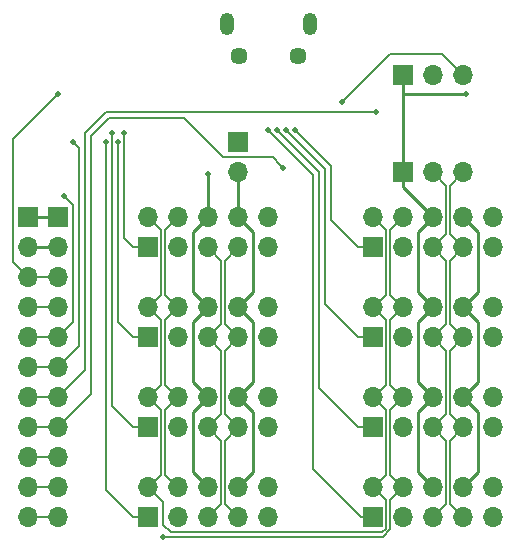
<source format=gbr>
G04 #@! TF.GenerationSoftware,KiCad,Pcbnew,5.1.5*
G04 #@! TF.CreationDate,2020-05-18T04:02:55+03:00*
G04 #@! TF.ProjectId,usb-tester,7573622d-7465-4737-9465-722e6b696361,rev?*
G04 #@! TF.SameCoordinates,Original*
G04 #@! TF.FileFunction,Copper,L2,Bot*
G04 #@! TF.FilePolarity,Positive*
%FSLAX46Y46*%
G04 Gerber Fmt 4.6, Leading zero omitted, Abs format (unit mm)*
G04 Created by KiCad (PCBNEW 5.1.5) date 2020-05-18 04:02:55*
%MOMM*%
%LPD*%
G04 APERTURE LIST*
%ADD10O,1.700000X1.700000*%
%ADD11R,1.700000X1.700000*%
%ADD12O,1.200000X1.900000*%
%ADD13C,1.450000*%
%ADD14C,0.508000*%
%ADD15C,0.254000*%
%ADD16C,0.152400*%
G04 APERTURE END LIST*
D10*
X130810000Y-76200000D03*
X130810000Y-78740000D03*
X128270000Y-76200000D03*
X128270000Y-78740000D03*
X125730000Y-76200000D03*
X125730000Y-78740000D03*
X123190000Y-76200000D03*
X123190000Y-78740000D03*
X120650000Y-76200000D03*
D11*
X120650000Y-78740000D03*
D10*
X130810000Y-99060000D03*
X130810000Y-101600000D03*
X128270000Y-99060000D03*
X128270000Y-101600000D03*
X125730000Y-99060000D03*
X125730000Y-101600000D03*
X123190000Y-99060000D03*
X123190000Y-101600000D03*
X120650000Y-99060000D03*
D11*
X120650000Y-101600000D03*
D10*
X130810000Y-91440000D03*
X130810000Y-93980000D03*
X128270000Y-91440000D03*
X128270000Y-93980000D03*
X125730000Y-91440000D03*
X125730000Y-93980000D03*
X123190000Y-91440000D03*
X123190000Y-93980000D03*
X120650000Y-91440000D03*
D11*
X120650000Y-93980000D03*
D10*
X130810000Y-83820000D03*
X130810000Y-86360000D03*
X128270000Y-83820000D03*
X128270000Y-86360000D03*
X125730000Y-83820000D03*
X125730000Y-86360000D03*
X123190000Y-83820000D03*
X123190000Y-86360000D03*
X120650000Y-83820000D03*
D11*
X120650000Y-86360000D03*
D10*
X111760000Y-99060000D03*
X111760000Y-101600000D03*
X109220000Y-99060000D03*
X109220000Y-101600000D03*
X106680000Y-99060000D03*
X106680000Y-101600000D03*
X104140000Y-99060000D03*
X104140000Y-101600000D03*
X101600000Y-99060000D03*
D11*
X101600000Y-101600000D03*
D10*
X111760000Y-91440000D03*
X111760000Y-93980000D03*
X109220000Y-91440000D03*
X109220000Y-93980000D03*
X106680000Y-91440000D03*
X106680000Y-93980000D03*
X104140000Y-91440000D03*
X104140000Y-93980000D03*
X101600000Y-91440000D03*
D11*
X101600000Y-93980000D03*
D10*
X111760000Y-76200000D03*
X111760000Y-78740000D03*
X109220000Y-76200000D03*
X109220000Y-78740000D03*
X106680000Y-76200000D03*
X106680000Y-78740000D03*
X104140000Y-76200000D03*
X104140000Y-78740000D03*
X101600000Y-76200000D03*
D11*
X101600000Y-78740000D03*
D10*
X111760000Y-83820000D03*
X111760000Y-86360000D03*
X109220000Y-83820000D03*
X109220000Y-86360000D03*
X106680000Y-83820000D03*
X106680000Y-86360000D03*
X104140000Y-83820000D03*
X104140000Y-86360000D03*
X101600000Y-83820000D03*
D11*
X101600000Y-86360000D03*
D10*
X109220000Y-72390000D03*
D11*
X109220000Y-69850000D03*
D10*
X128270000Y-72390000D03*
X125730000Y-72390000D03*
D11*
X123190000Y-72390000D03*
D10*
X128270000Y-64135000D03*
X125730000Y-64135000D03*
D11*
X123190000Y-64135000D03*
D10*
X93980000Y-101600000D03*
X93980000Y-99060000D03*
X93980000Y-96520000D03*
X93980000Y-93980000D03*
X93980000Y-91440000D03*
X93980000Y-88900000D03*
X93980000Y-86360000D03*
X93980000Y-83820000D03*
X93980000Y-81280000D03*
X93980000Y-78740000D03*
D11*
X93980000Y-76200000D03*
D10*
X91440000Y-101600000D03*
X91440000Y-99060000D03*
X91440000Y-96520000D03*
X91440000Y-93980000D03*
X91440000Y-91440000D03*
X91440000Y-88900000D03*
X91440000Y-86360000D03*
X91440000Y-83820000D03*
X91440000Y-81280000D03*
X91440000Y-78740000D03*
D11*
X91440000Y-76200000D03*
D12*
X108260000Y-59849500D03*
X115260000Y-59849500D03*
D13*
X109260000Y-62549500D03*
X114260000Y-62549500D03*
D14*
X128523988Y-65786000D03*
X106680000Y-72517000D03*
X113030000Y-72009000D03*
X94488000Y-74422000D03*
X102870000Y-103251008D03*
X93980000Y-65786000D03*
X117983000Y-66421000D03*
X99568000Y-69088000D03*
X114046000Y-68834000D03*
X99060000Y-69850000D03*
X113284000Y-68834000D03*
X98551994Y-69088000D03*
X112522000Y-68834000D03*
X98044000Y-69850000D03*
X111760000Y-68834000D03*
X120904000Y-67310000D03*
X95250000Y-69850000D03*
D15*
X123190000Y-65786000D02*
X123190000Y-64135000D01*
X123190000Y-72390000D02*
X123190000Y-65786000D01*
X123190000Y-65786000D02*
X128523988Y-65786000D01*
X91440000Y-78740000D02*
X93980000Y-78740000D01*
X105410000Y-82550000D02*
X106680000Y-83820000D01*
X105410000Y-81534000D02*
X105410000Y-82550000D01*
X105410000Y-80010000D02*
X105410000Y-81534000D01*
X105410000Y-85090000D02*
X106680000Y-83820000D01*
X105410000Y-88646000D02*
X105410000Y-85090000D01*
X105410000Y-87630000D02*
X105410000Y-88646000D01*
X105410000Y-77470000D02*
X106680000Y-76200000D01*
X105410000Y-80010000D02*
X105410000Y-77470000D01*
X105410000Y-88900000D02*
X105410000Y-90170000D01*
X105410000Y-90170000D02*
X106680000Y-91440000D01*
X105410000Y-88646000D02*
X105410000Y-88900000D01*
X105410000Y-92710000D02*
X106680000Y-91440000D01*
X105410000Y-96774000D02*
X105410000Y-97790000D01*
X105410000Y-97790000D02*
X106680000Y-99060000D01*
X105410000Y-96774000D02*
X105410000Y-92710000D01*
X124460000Y-82550000D02*
X125730000Y-83820000D01*
X124460000Y-81280000D02*
X124460000Y-82550000D01*
X124460000Y-80010000D02*
X124460000Y-81280000D01*
X124460000Y-85090000D02*
X125730000Y-83820000D01*
X124460000Y-87884000D02*
X124460000Y-85090000D01*
X124460000Y-87630000D02*
X124460000Y-87884000D01*
X124460000Y-90170000D02*
X125730000Y-91440000D01*
X124460000Y-89408000D02*
X124460000Y-90170000D01*
X124460000Y-87884000D02*
X124460000Y-89408000D01*
X124880001Y-92289999D02*
X125730000Y-91440000D01*
X124460000Y-92710000D02*
X124880001Y-92289999D01*
X124460000Y-97790000D02*
X125730000Y-99060000D01*
X124460000Y-95885000D02*
X124460000Y-97790000D01*
X124460000Y-95885000D02*
X124460000Y-92710000D01*
X124460000Y-77470000D02*
X125730000Y-76200000D01*
X124460000Y-80010000D02*
X124460000Y-77470000D01*
X123190000Y-73660000D02*
X123190000Y-72390000D01*
X125730000Y-76200000D02*
X123190000Y-73660000D01*
X106680000Y-76200000D02*
X106680000Y-72517000D01*
X93980000Y-76200000D02*
X91440000Y-76200000D01*
D16*
X93980000Y-93980000D02*
X91440000Y-93980000D01*
X104648000Y-67818000D02*
X107950000Y-71120000D01*
X112141000Y-71120000D02*
X112776001Y-71755001D01*
X96774000Y-69342000D02*
X98298000Y-67818000D01*
X96774000Y-91186000D02*
X96774000Y-69342000D01*
X98298000Y-67818000D02*
X104648000Y-67818000D01*
X93980000Y-93980000D02*
X96774000Y-91186000D01*
X112776001Y-71755001D02*
X113030000Y-72009000D01*
X107950000Y-71120000D02*
X112141000Y-71120000D01*
X93980000Y-86360000D02*
X91440000Y-86360000D01*
X95250000Y-75184000D02*
X94741999Y-74675999D01*
X93980000Y-86360000D02*
X95250000Y-85090000D01*
X94741999Y-74675999D02*
X94488000Y-74422000D01*
X95250000Y-85090000D02*
X95250000Y-75184000D01*
X91440000Y-83820000D02*
X93980000Y-83820000D01*
X91440000Y-96520000D02*
X93980000Y-96520000D01*
X93980000Y-99060000D02*
X91440000Y-99060000D01*
X104140000Y-83820000D02*
X103060500Y-84899500D01*
X103061399Y-77278601D02*
X104140000Y-76200000D01*
X104140000Y-83820000D02*
X103061399Y-82741399D01*
X103061399Y-82741399D02*
X103061399Y-77278601D01*
X103060500Y-88836500D02*
X103060500Y-90360500D01*
X103060500Y-90360500D02*
X104140000Y-91440000D01*
X103060500Y-84899500D02*
X103060500Y-88836500D01*
X103290001Y-92289999D02*
X104140000Y-91440000D01*
X103061399Y-92518601D02*
X103290001Y-92289999D01*
X103061399Y-94296601D02*
X103061399Y-92518601D01*
X103060500Y-94297500D02*
X103061399Y-94296601D01*
X122340001Y-84669999D02*
X123190000Y-83820000D01*
X122111399Y-86422601D02*
X122111399Y-84898601D01*
X122110500Y-86423500D02*
X122111399Y-86422601D01*
X122111399Y-84898601D02*
X122340001Y-84669999D01*
X122110500Y-92519500D02*
X123190000Y-91440000D01*
X122110500Y-90360500D02*
X123190000Y-91440000D01*
X122110500Y-89090500D02*
X122110500Y-90360500D01*
X122110500Y-89090500D02*
X122110500Y-86423500D01*
X122110500Y-97980500D02*
X123190000Y-99060000D01*
X122110500Y-95821500D02*
X122110500Y-97980500D01*
X122110500Y-95821500D02*
X122110500Y-92519500D01*
X103060500Y-96583500D02*
X103060500Y-94297500D01*
X103060500Y-97980500D02*
X104140000Y-99060000D01*
X103060500Y-96583500D02*
X103060500Y-97980500D01*
X122110500Y-77279500D02*
X123190000Y-76200000D01*
X123190000Y-83820000D02*
X122110500Y-82740500D01*
X122110500Y-82740500D02*
X122110500Y-77279500D01*
X122110500Y-102602566D02*
X122110500Y-100139500D01*
X121462058Y-103251008D02*
X122110500Y-102602566D01*
X122110500Y-100139500D02*
X123190000Y-99060000D01*
X102870000Y-103251008D02*
X121462058Y-103251008D01*
X93980000Y-81280000D02*
X91440000Y-81280000D01*
X91440000Y-81280000D02*
X90590001Y-80430001D01*
X90590001Y-80430001D02*
X90170000Y-80010000D01*
X90170000Y-80010000D02*
X90170000Y-69596000D01*
X90170000Y-69596000D02*
X93980000Y-65786000D01*
X91440000Y-101600000D02*
X93980000Y-101600000D01*
X102678601Y-87438601D02*
X102679500Y-87439500D01*
X102678601Y-84898601D02*
X102678601Y-87438601D01*
X101600000Y-83820000D02*
X102678601Y-84898601D01*
X101600000Y-83820000D02*
X102679500Y-82740500D01*
X102679500Y-78295500D02*
X102678601Y-78294601D01*
X102679500Y-82740500D02*
X102679500Y-78295500D01*
X102678601Y-78294601D02*
X102678601Y-77278601D01*
X102449999Y-77049999D02*
X101600000Y-76200000D01*
X102678601Y-77278601D02*
X102449999Y-77049999D01*
X102679500Y-90360500D02*
X101600000Y-91440000D01*
X102679500Y-88709500D02*
X102679500Y-90360500D01*
X102679500Y-87439500D02*
X102679500Y-88709500D01*
X102679500Y-92519500D02*
X101600000Y-91440000D01*
X121729500Y-84899500D02*
X120650000Y-83820000D01*
X121729500Y-92519500D02*
X120650000Y-91440000D01*
X121729500Y-90360500D02*
X120650000Y-91440000D01*
X121729500Y-88709500D02*
X121729500Y-90360500D01*
X121729500Y-88709500D02*
X121729500Y-84899500D01*
X121729500Y-97980500D02*
X120650000Y-99060000D01*
X121729500Y-95440500D02*
X121729500Y-97980500D01*
X121729500Y-95440500D02*
X121729500Y-92519500D01*
X102679500Y-97980500D02*
X101600000Y-99060000D01*
X102679500Y-96583500D02*
X102679500Y-97980500D01*
X102679500Y-96583500D02*
X102679500Y-92519500D01*
X121729500Y-77279500D02*
X120650000Y-76200000D01*
X120650000Y-83820000D02*
X121729500Y-82740500D01*
X121729500Y-82740500D02*
X121729500Y-77279500D01*
X102870000Y-102235000D02*
X102870000Y-100330000D01*
X121729500Y-100139500D02*
X121729500Y-102552500D01*
X103505000Y-102870000D02*
X102870000Y-102235000D01*
X121729500Y-102552500D02*
X121412000Y-102870000D01*
X102870000Y-100330000D02*
X101600000Y-99060000D01*
X120650000Y-99060000D02*
X121729500Y-100139500D01*
X121412000Y-102870000D02*
X103505000Y-102870000D01*
D15*
X110490000Y-85090000D02*
X109220000Y-83820000D01*
X110490000Y-77470000D02*
X110069999Y-77049999D01*
X109220000Y-83820000D02*
X110490000Y-82550000D01*
X110069999Y-77049999D02*
X109220000Y-76200000D01*
X110490000Y-82550000D02*
X110490000Y-77470000D01*
X110490000Y-88900000D02*
X110490000Y-90170000D01*
X110490000Y-88900000D02*
X110490000Y-85090000D01*
X110490000Y-90170000D02*
X109220000Y-91440000D01*
X110490000Y-92710000D02*
X109220000Y-91440000D01*
X129540000Y-85090000D02*
X128270000Y-83820000D01*
X129540000Y-88392000D02*
X129540000Y-85090000D01*
X129540000Y-87630000D02*
X129540000Y-88392000D01*
X129540000Y-90170000D02*
X128270000Y-91440000D01*
X129540000Y-89662000D02*
X129540000Y-90170000D01*
X129540000Y-88392000D02*
X129540000Y-89662000D01*
X129540000Y-92710000D02*
X128270000Y-91440000D01*
X129540000Y-96012000D02*
X129540000Y-92710000D01*
X129540000Y-95250000D02*
X129540000Y-96012000D01*
X129540000Y-97790000D02*
X128270000Y-99060000D01*
X129540000Y-96520000D02*
X129540000Y-97790000D01*
X129540000Y-96012000D02*
X129540000Y-96520000D01*
X110490000Y-97790000D02*
X109220000Y-99060000D01*
X110490000Y-96012000D02*
X110490000Y-97790000D01*
X110490000Y-96012000D02*
X110490000Y-92710000D01*
X109220000Y-74997919D02*
X109220000Y-72390000D01*
X109220000Y-76200000D02*
X109220000Y-74997919D01*
X129540000Y-77470000D02*
X128270000Y-76200000D01*
X128270000Y-83820000D02*
X129540000Y-82550000D01*
X129540000Y-82550000D02*
X129540000Y-77470000D01*
D16*
X126492000Y-62357000D02*
X128270000Y-64135000D01*
X117983000Y-66421000D02*
X122047000Y-62357000D01*
X122047000Y-62357000D02*
X126492000Y-62357000D01*
X99568000Y-69447210D02*
X99568000Y-69088000D01*
X99568000Y-77978000D02*
X99568000Y-69447210D01*
X101600000Y-78740000D02*
X100330000Y-78740000D01*
X100330000Y-78740000D02*
X99568000Y-77978000D01*
X119380000Y-78740000D02*
X120650000Y-78740000D01*
X117094000Y-76454000D02*
X119380000Y-78740000D01*
X117094000Y-71882000D02*
X117094000Y-76454000D01*
X114046000Y-68834000D02*
X117094000Y-71882000D01*
X100330000Y-86360000D02*
X101600000Y-86360000D01*
X99060000Y-69850000D02*
X99060000Y-85090000D01*
X99060000Y-85090000D02*
X100330000Y-86360000D01*
X116586000Y-78232000D02*
X116586000Y-77470000D01*
X120650000Y-86360000D02*
X119380000Y-86360000D01*
X116586000Y-83566000D02*
X116586000Y-77470000D01*
X119380000Y-86360000D02*
X116586000Y-83566000D01*
X113284000Y-68834000D02*
X116586000Y-72136000D01*
X116586000Y-72136000D02*
X116586000Y-72644000D01*
X116586000Y-72644000D02*
X116586000Y-77470000D01*
X109220000Y-86360000D02*
X108102400Y-85242400D01*
X108102400Y-85242400D02*
X108102400Y-79857600D01*
X108102400Y-79857600D02*
X109220000Y-78740000D01*
X108102400Y-87477600D02*
X109220000Y-86360000D01*
X109220000Y-93980000D02*
X108102400Y-92862400D01*
X108102400Y-92862400D02*
X108102400Y-87477600D01*
X108102400Y-95097600D02*
X108102400Y-100482400D01*
X109220000Y-93980000D02*
X108102400Y-95097600D01*
X127152400Y-85242400D02*
X128270000Y-86360000D01*
X127152400Y-92862400D02*
X128270000Y-93980000D01*
X128270000Y-86360000D02*
X127152400Y-87477600D01*
X127152400Y-87477600D02*
X127152400Y-92862400D01*
X128270000Y-93980000D02*
X127152400Y-95097600D01*
X127152400Y-95097600D02*
X127152400Y-100482400D01*
X127152400Y-85242400D02*
X127152400Y-79857600D01*
X127152400Y-79857600D02*
X128270000Y-78740000D01*
X127152400Y-73507600D02*
X128270000Y-72390000D01*
X128270000Y-78740000D02*
X127152400Y-77622400D01*
X127152400Y-77622400D02*
X127152400Y-73507600D01*
X127152400Y-100482400D02*
X128270000Y-101600000D01*
X108102400Y-100482400D02*
X109220000Y-101600000D01*
X106680000Y-86360000D02*
X107797600Y-85242400D01*
X107797600Y-79857600D02*
X106680000Y-78740000D01*
X107797600Y-85242400D02*
X107797600Y-79857600D01*
X106680000Y-93980000D02*
X107797600Y-92862400D01*
X107797600Y-87477600D02*
X106680000Y-86360000D01*
X107797600Y-92862400D02*
X107797600Y-87477600D01*
X107797600Y-95097600D02*
X107797600Y-100482400D01*
X106680000Y-93980000D02*
X107797600Y-95097600D01*
X126847600Y-85242400D02*
X125730000Y-86360000D01*
X126847600Y-92862400D02*
X125730000Y-93980000D01*
X125730000Y-86360000D02*
X126847600Y-87477600D01*
X126847600Y-87477600D02*
X126847600Y-92862400D01*
X126847600Y-95097600D02*
X126847600Y-100482400D01*
X125730000Y-93980000D02*
X126847600Y-95097600D01*
X126847600Y-85242400D02*
X126847600Y-79857600D01*
X126847600Y-79857600D02*
X125730000Y-78740000D01*
X125730000Y-78740000D02*
X126847600Y-77622400D01*
X126847600Y-73507600D02*
X125730000Y-72390000D01*
X126847600Y-77622400D02*
X126847600Y-73507600D01*
X126847600Y-100482400D02*
X125730000Y-101600000D01*
X107797600Y-100482400D02*
X106680000Y-101600000D01*
X98551994Y-92201994D02*
X98551994Y-69447210D01*
X101600000Y-93980000D02*
X100330000Y-93980000D01*
X98551994Y-69447210D02*
X98551994Y-69088000D01*
X100330000Y-93980000D02*
X98551994Y-92201994D01*
X116078000Y-85344000D02*
X116078000Y-84836000D01*
X116078000Y-90671200D02*
X116078000Y-84836000D01*
X120650000Y-93980000D02*
X119386800Y-93980000D01*
X119386800Y-93980000D02*
X116078000Y-90671200D01*
X116078000Y-72390000D02*
X112775999Y-69087999D01*
X116078000Y-84836000D02*
X116078000Y-72390000D01*
X112775999Y-69087999D02*
X112522000Y-68834000D01*
X98044000Y-70209210D02*
X98044000Y-69850000D01*
X98044000Y-96506400D02*
X98044000Y-94996000D01*
X98044000Y-94996000D02*
X98044000Y-70209210D01*
X98044000Y-99314000D02*
X98044000Y-94996000D01*
X101600000Y-101600000D02*
X100330000Y-101600000D01*
X100330000Y-101600000D02*
X98044000Y-99314000D01*
X115570000Y-97522400D02*
X115570000Y-72644000D01*
X119647600Y-101600000D02*
X115570000Y-97522400D01*
X112013999Y-69087999D02*
X111760000Y-68834000D01*
X120650000Y-101600000D02*
X119647600Y-101600000D01*
X115570000Y-72644000D02*
X112013999Y-69087999D01*
X91440000Y-91440000D02*
X93980000Y-91440000D01*
X98044000Y-67310000D02*
X107696000Y-67310000D01*
X96266000Y-69088000D02*
X98044000Y-67310000D01*
X93980000Y-91440000D02*
X96266000Y-89154000D01*
X107696000Y-67310000D02*
X120904000Y-67310000D01*
X96266000Y-89154000D02*
X96266000Y-69088000D01*
X93980000Y-88900000D02*
X91440000Y-88900000D01*
X95503999Y-70103999D02*
X95250000Y-69850000D01*
X95758000Y-70358000D02*
X95503999Y-70103999D01*
X95758000Y-87122000D02*
X95758000Y-70358000D01*
X93980000Y-88900000D02*
X95758000Y-87122000D01*
M02*

</source>
